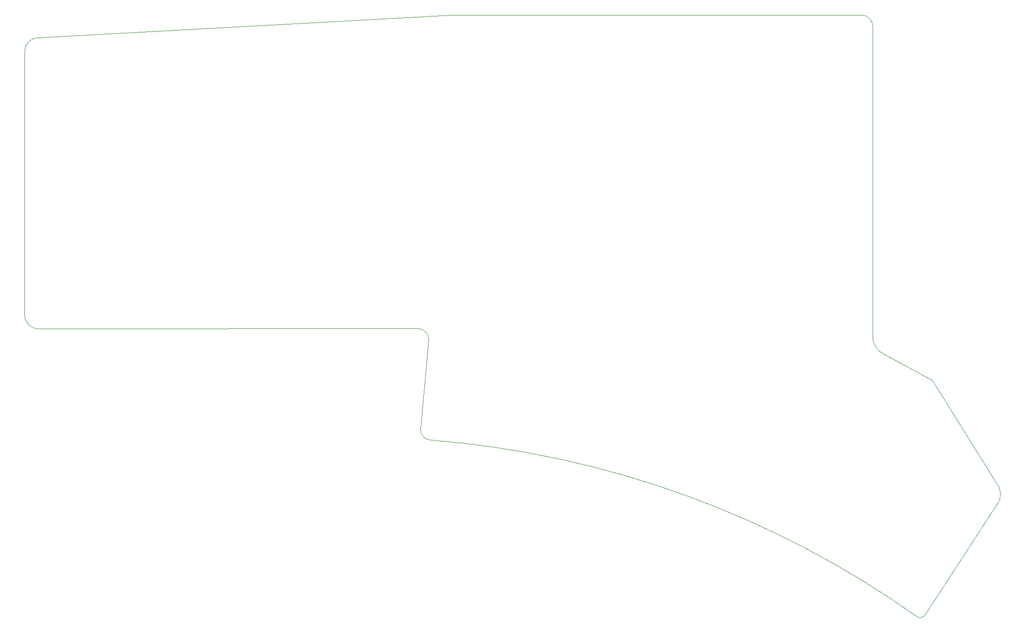
<source format=gbr>
%TF.GenerationSoftware,KiCad,Pcbnew,6.0.7*%
%TF.CreationDate,2022-09-18T19:07:02-04:00*%
%TF.ProjectId,flutter_v2_wren,666c7574-7465-4725-9f76-325f7772656e,v1.0.0*%
%TF.SameCoordinates,Original*%
%TF.FileFunction,Profile,NP*%
%FSLAX46Y46*%
G04 Gerber Fmt 4.6, Leading zero omitted, Abs format (unit mm)*
G04 Created by KiCad (PCBNEW 6.0.7) date 2022-09-18 19:07:02*
%MOMM*%
%LPD*%
G01*
G04 APERTURE LIST*
%TA.AperFunction,Profile*%
%ADD10C,0.050000*%
%TD*%
G04 APERTURE END LIST*
D10*
X-11822339Y-6074464D02*
G75*
G03*
X-9322339Y-8574464I2500000J0D01*
G01*
X-9322339Y43925536D02*
G75*
G03*
X-11822339Y41425536I0J-2500000D01*
G01*
X141000000Y-10375555D02*
X141000000Y46000000D01*
X-11822339Y41425536D02*
X-11822339Y-6074464D01*
X163750567Y-37154819D02*
X151696035Y-17851704D01*
X59500031Y-26500003D02*
G75*
G03*
X61500000Y-28651070I1953069J-189397D01*
G01*
X61000000Y-10500000D02*
G75*
G03*
X59000000Y-8500000I-2000000J0D01*
G01*
X163857254Y-39425067D02*
G75*
G03*
X163750567Y-37154819I-2712354J1010167D01*
G01*
X150500000Y-60000000D02*
X163857263Y-39425070D01*
X61000000Y-10500000D02*
X59500000Y-26500000D01*
X-9322339Y-8574464D02*
X59000000Y-8500000D01*
X65000000Y48000000D02*
X-9322339Y43925536D01*
X148999975Y-60500041D02*
G75*
G03*
X150500000Y-60000000I538525J884441D01*
G01*
X141000000Y46000000D02*
G75*
G03*
X139000000Y48000000I-2000000J0D01*
G01*
X148999999Y-60500002D02*
G75*
G03*
X61500000Y-28651070I-101404089J-142471198D01*
G01*
X140999956Y-10375562D02*
G75*
G03*
X143154716Y-13233298I3704444J551962D01*
G01*
X65000000Y48000000D02*
X139000000Y48000000D01*
X151696035Y-17851704D02*
X143154716Y-13233298D01*
M02*

</source>
